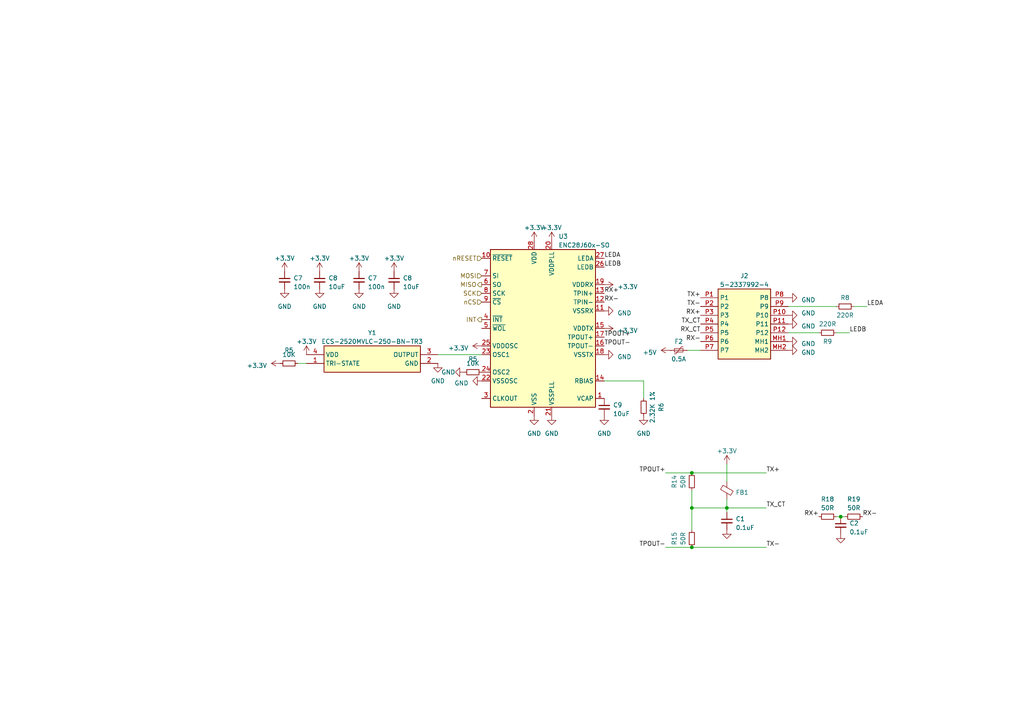
<source format=kicad_sch>
(kicad_sch (version 20230121) (generator eeschema)
  (paper "A4")
  (lib_symbols
    (symbol "Device:C_Small" (pin_numbers hide) (pin_names (offset 0.254) hide)
      (property "Reference" "C" (at 0.254 1.778 0))
      (property "Value" "C_Small" (at 0.254 -2.032 0))
      (symbol "C_Small_0_1"
        (polyline (pts (xy -1.524 -0.508) (xy 1.524 -0.508)) (stroke (width 0.3302)))
        (polyline (pts (xy -1.524 0.508) (xy 1.524 0.508)) (stroke (width 0.3048)))
      )
      (symbol "C_Small_1_1"
        (pin passive line (at 0 2.54 270) (length 2.032) (name "~") (number "1"))
        (pin passive line (at 0 -2.54 90) (length 2.032) (name "~") (number "2"))
      )
    )
    (symbol "Device:FerriteBead_Small" (pin_numbers hide) (pin_names (offset 0))
      (property "Reference" "FB" (at 1.905 1.27 0))
      (property "Value" "FerriteBead_Small" (at 1.905 -1.27 0))
      (symbol "FerriteBead_Small_0_1"
        (polyline (pts (xy 0 -1.27) (xy 0 -0.7874)))
        (polyline (pts (xy 0 0.889) (xy 0 1.2954)))
        (polyline (pts (xy -1.8288 0.2794) (xy -1.1176 1.4986) (xy 1.8288 -0.2032) (xy 1.1176 -1.4224) (xy -1.8288 0.2794)))
      )
      (symbol "FerriteBead_Small_1_1"
        (pin passive line (at 0 2.54 270) (length 1.27) (name "~") (number "1"))
        (pin passive line (at 0 -2.54 90) (length 1.27) (name "~") (number "2"))
      )
    )
    (symbol "Device:Polyfuse_Small" (pin_numbers hide) (pin_names (offset 0))
      (property "Reference" "F" (at -1.905 0 90))
      (property "Value" "Polyfuse_Small" (at 1.905 0 90))
      (symbol "Polyfuse_Small_0_1"
        (rectangle (start -0.508 1.27) (end 0.508 -1.27))
        (polyline (pts (xy 0 2.54) (xy 0 -2.54)))
        (polyline (pts (xy -1.016 1.27) (xy -1.016 0.762) (xy 1.016 -0.762) (xy 1.016 -1.27)))
      )
      (symbol "Polyfuse_Small_1_1"
        (pin passive line (at 0 2.54 270) (length 0.635) (name "~") (number "1"))
        (pin passive line (at 0 -2.54 90) (length 0.635) (name "~") (number "2"))
      )
    )
    (symbol "Device:R_Small" (pin_numbers hide) (pin_names (offset 0.254) hide)
      (property "Reference" "R" (at 0.762 0.508 0))
      (property "Value" "R_Small" (at 0.762 -1.016 0))
      (symbol "R_Small_0_1"
        (rectangle (start -0.762 1.778) (end 0.762 -1.778) (stroke (width 0.2032)))
      )
      (symbol "R_Small_1_1"
        (pin passive line (at 0 2.54 270) (length 0.762) (name "~") (number "1"))
        (pin passive line (at 0 -2.54 90) (length 0.762) (name "~") (number "2"))
      )
    )
    (symbol "Interface_Ethernet:ENC28J60x-SO"
      (property "Reference" "U" (at -13.97 24.13 0))
      (property "Value" "ENC28J60x-SO" (at 5.08 24.13 0))
      (symbol "ENC28J60x-SO_0_1"
        (rectangle (start -15.24 22.86) (end 15.24 -22.86) (stroke (width 0.254)) (fill (type background)))
      )
      (symbol "ENC28J60x-SO_1_1"
        (pin input line (at 17.78 -20.32 180) (length 2.54) (name "VCAP") (number "1"))
        (pin input line (at -17.78 20.32 0) (length 2.54) (name "~{RESET}") (number "10"))
        (pin power_in line (at 17.78 5.08 180) (length 2.54) (name "VSSRX") (number "11"))
        (pin input line (at 17.78 7.62 180) (length 2.54) (name "TPIN-") (number "12"))
        (pin input line (at 17.78 10.16 180) (length 2.54) (name "TPIN+") (number "13"))
        (pin input line (at 17.78 -15.24 180) (length 2.54) (name "RBIAS") (number "14"))
        (pin power_in line (at 17.78 0 180) (length 2.54) (name "VDDTX") (number "15"))
        (pin output line (at 17.78 -5.08 180) (length 2.54) (name "TPOUT-") (number "16"))
        (pin output line (at 17.78 -2.54 180) (length 2.54) (name "TPOUT+") (number "17"))
        (pin power_in line (at 17.78 -7.62 180) (length 2.54) (name "VSSTX") (number "18"))
        (pin power_in line (at 17.78 12.7 180) (length 2.54) (name "VDDRX") (number "19"))
        (pin power_in line (at -2.54 -25.4 90) (length 2.54) (name "VSS") (number "2"))
        (pin power_in line (at 2.54 25.4 270) (length 2.54) (name "VDDPLL") (number "20"))
        (pin power_in line (at 2.54 -25.4 90) (length 2.54) (name "VSSPLL") (number "21"))
        (pin power_in line (at -17.78 -15.24 0) (length 2.54) (name "VSSOSC") (number "22"))
        (pin input line (at -17.78 -7.62 0) (length 2.54) (name "OSC1") (number "23"))
        (pin input line (at -17.78 -12.7 0) (length 2.54) (name "OSC2") (number "24"))
        (pin power_in line (at -17.78 -5.08 0) (length 2.54) (name "VDDOSC") (number "25"))
        (pin output line (at 17.78 17.78 180) (length 2.54) (name "LEDB") (number "26"))
        (pin output line (at 17.78 20.32 180) (length 2.54) (name "LEDA") (number "27"))
        (pin power_in line (at -2.54 25.4 270) (length 2.54) (name "VDD") (number "28"))
        (pin output line (at -17.78 -20.32 0) (length 2.54) (name "CLKOUT") (number "3"))
        (pin output line (at -17.78 2.54 0) (length 2.54) (name "~{INT}") (number "4"))
        (pin output line (at -17.78 0 0) (length 2.54) (name "~{WOL}") (number "5"))
        (pin output line (at -17.78 12.7 0) (length 2.54) (name "SO") (number "6"))
        (pin input line (at -17.78 15.24 0) (length 2.54) (name "SI") (number "7"))
        (pin input line (at -17.78 10.16 0) (length 2.54) (name "SCK") (number "8"))
        (pin input line (at -17.78 7.62 0) (length 2.54) (name "~{CS}") (number "9"))
      )
    )
    (symbol "SamacSys_Parts:5-2337992-4"
      (property "Reference" "J" (at 21.59 7.62 0))
      (property "Value" "5-2337992-4" (at 21.59 5.08 0))
      (symbol "5-2337992-4_1_1"
        (rectangle (start 5.08 2.54) (end 20.32 -17.78) (stroke (width 0.254)) (fill (type background)))
        (pin passive line (at 25.4 -12.7 180) (length 5.08) (name "MH1") (number "MH1"))
        (pin passive line (at 25.4 -15.24 180) (length 5.08) (name "MH2") (number "MH2"))
        (pin passive line (at 0 0 0) (length 5.08) (name "P1") (number "P1"))
        (pin passive line (at 25.4 -5.08 180) (length 5.08) (name "P10") (number "P10"))
        (pin passive line (at 25.4 -7.62 180) (length 5.08) (name "P11") (number "P11"))
        (pin passive line (at 25.4 -10.16 180) (length 5.08) (name "P12") (number "P12"))
        (pin passive line (at 0 -2.54 0) (length 5.08) (name "P2") (number "P2"))
        (pin passive line (at 0 -5.08 0) (length 5.08) (name "P3") (number "P3"))
        (pin passive line (at 0 -7.62 0) (length 5.08) (name "P4") (number "P4"))
        (pin passive line (at 0 -10.16 0) (length 5.08) (name "P5") (number "P5"))
        (pin passive line (at 0 -12.7 0) (length 5.08) (name "P6") (number "P6"))
        (pin passive line (at 0 -15.24 0) (length 5.08) (name "P7") (number "P7"))
        (pin passive line (at 25.4 0 180) (length 5.08) (name "P8") (number "P8"))
        (pin passive line (at 25.4 -2.54 180) (length 5.08) (name "P9") (number "P9"))
      )
    )
    (symbol "SamacSys_Parts:ECS-2520MVLC-250-BN-TR3"
      (property "Reference" "Y" (at 34.29 7.62 0))
      (property "Value" "ECS-2520MVLC-250-BN-TR3" (at 34.29 5.08 0))
      (symbol "ECS-2520MVLC-250-BN-TR3_1_1"
        (rectangle (start 5.08 2.54) (end 33.02 -5.08) (stroke (width 0.254)) (fill (type background)))
        (pin passive line (at 0 -2.54 0) (length 5.08) (name "TRI-STATE") (number "1"))
        (pin passive line (at 38.1 -2.54 180) (length 5.08) (name "GND") (number "2"))
        (pin passive line (at 38.1 0 180) (length 5.08) (name "OUTPUT") (number "3"))
        (pin passive line (at 0 0 0) (length 5.08) (name "VDD") (number "4"))
      )
    )
    (symbol "power:+3.3V" (power) (pin_names (offset 0))
      (property "Value" "+3.3V" (at 0 3.556 0))
      (symbol "+3.3V_0_1"
        (polyline (pts (xy -0.762 1.27) (xy 0 2.54)))
        (polyline (pts (xy 0 0) (xy 0 2.54)))
        (polyline (pts (xy 0 2.54) (xy 0.762 1.27)))
      )
      (symbol "+3.3V_1_1"
        (pin power_in line (at 0 0 90) (length 0) hide (name "+3.3V") (number "1"))
      )
    )
    (symbol "power:+5V" (power) (pin_names (offset 0))
      (property "Value" "+5V" (at 0 3.556 0))
      (symbol "+5V_0_1"
        (polyline (pts (xy -0.762 1.27) (xy 0 2.54)))
        (polyline (pts (xy 0 0) (xy 0 2.54)))
        (polyline (pts (xy 0 2.54) (xy 0.762 1.27)))
      )
      (symbol "+5V_1_1"
        (pin power_in line (at 0 0 90) (length 0) hide (name "+5V") (number "1"))
      )
    )
    (symbol "power:GND" (power) (pin_names (offset 0))
      (property "Value" "GND" (at 0 -3.81 0))
      (symbol "GND_0_1"
        (polyline (pts (xy 0 0) (xy 0 -1.27) (xy 1.27 -1.27) (xy 0 -2.54) (xy -1.27 -1.27) (xy 0 -1.27)))
      )
      (symbol "GND_1_1"
        (pin power_in line (at 0 0 270) (length 0) hide (name "GND") (number "1"))
      )
    )
  )
  (junction (at 200.66 147.32))
  (junction (at 243.84 149.86))
  (junction (at 200.66 158.75))
  (junction (at 210.82 147.32))
  (junction (at 200.66 137.16))
  (wire (pts (xy 210.82 147.32) (xy 222.25 147.32)))
  (wire (pts (xy 199.39 101.6) (xy 203.2 101.6)))
  (wire (pts (xy 127 102.87) (xy 139.7 102.87)))
  (wire (pts (xy 200.66 158.75) (xy 222.25 158.75)))
  (wire (pts (xy 246.38 96.52) (xy 242.57 96.52)))
  (wire (pts (xy 86.36 105.41) (xy 88.9 105.41)))
  (wire (pts (xy 243.84 149.86) (xy 245.11 149.86)))
  (wire (pts (xy 200.66 147.32) (xy 210.82 147.32)))
  (wire (pts (xy 200.66 137.16) (xy 222.25 137.16)))
  (wire (pts (xy 193.04 137.16) (xy 200.66 137.16)))
  (wire (pts (xy 200.66 147.32) (xy 200.66 153.67)))
  (wire (pts (xy 251.46 88.9) (xy 247.65 88.9)))
  (wire (pts (xy 193.04 158.75) (xy 200.66 158.75)))
  (wire (pts (xy 210.82 148.59) (xy 210.82 147.32)))
  (wire (pts (xy 242.57 149.86) (xy 243.84 149.86)))
  (wire (pts (xy 237.49 96.52) (xy 228.6 96.52)))
  (wire (pts (xy 186.69 110.49) (xy 175.26 110.49)))
  (wire (pts (xy 242.57 88.9) (xy 228.6 88.9)))
  (wire (pts (xy 200.66 142.24) (xy 200.66 147.32)))
  (wire (pts (xy 186.69 115.57) (xy 186.69 110.49)))
  (wire (pts (xy 210.82 134.62) (xy 210.82 139.7)))
  (wire (pts (xy 210.82 144.78) (xy 210.82 147.32)))
  (label "RX+" (at 203.2 91.44 180))
  (label "TPOUT+" (at 193.04 137.16 180))
  (label "RX+" (at 237.49 149.86 180))
  (label "RX-" (at 203.2 99.06 180))
  (label "RX_CT" (at 203.2 96.52 180))
  (label "RX-" (at 250.19 149.86 0))
  (label "TX+" (at 203.2 86.36 180))
  (label "RX+" (at 175.26 85.09 0))
  (label "TX_CT" (at 222.25 147.32 0))
  (label "TPOUT-" (at 175.26 100.33 0))
  (label "LEDA" (at 251.46 88.9 0))
  (label "LEDA" (at 175.26 74.93 0))
  (label "LEDB" (at 175.26 77.47 0))
  (label "TX_CT" (at 203.2 93.98 180))
  (label "TX-" (at 203.2 88.9 180))
  (label "TX+" (at 222.25 137.16 0))
  (label "RX-" (at 175.26 87.63 0))
  (label "LEDB" (at 246.38 96.52 0))
  (label "TPOUT-" (at 193.04 158.75 180))
  (label "TX-" (at 222.25 158.75 0))
  (label "TPOUT+" (at 175.26 97.79 0))
  (hierarchical_label "MOSI" (shape input) (at 139.7 80.01 180))
  (hierarchical_label "nCS" (shape input) (at 139.7 87.63 180))
  (hierarchical_label "SCK" (shape input) (at 139.7 85.09 180))
  (hierarchical_label "INT" (shape output) (at 139.7 92.71 180))
  (hierarchical_label "MISO" (shape output) (at 139.7 82.55 180))
  (hierarchical_label "nRESET" (shape input) (at 139.7 74.93 180))
  (symbol (lib_id "power:+3.3V") (at 104.14 78.74 0) (unit 1)
    (property "Reference" "#PWR039" (effects hide))
    (property "Value" "+3.3V" (at 104.14 74.93 0))
    (instances (project "fNET_GPIO_board" (path "" (reference "#PWR039") (unit 1)) (path "" (reference "#PWR039") (unit 1))) (project "armatron_power_board" (path "" (reference "#PWR0126") (unit 1))))
  )
  (symbol (lib_id "SamacSys_Parts:5-2337992-4") (at 203.2 86.36 0) (unit 1)
    (property "Reference" "J2" (at 215.9 80.01 0))
    (property "Value" "5-2337992-4" (at 215.9 82.55 0))
    (property "Footprint" "SamacSys_Parts:523379924" (effects hide))
    (property "Datasheet" "https://componentsearchengine.com/Datasheets/1/5-2337992-4.pdf" (effects hide))
    (property "Height" "13.7" (effects hide))
    (property "Mouser Part Number" "571-5-2337992-4" (effects hide))
    (property "Mouser Price/Stock" "https://www.mouser.co.uk/ProductDetail/TE-Connectivity/5-2337992-4?qs=l4Gc20tDgJLHtal8kumJHQ%3D%3D" (effects hide))
    (property "Manufacturer_Name" "TE Connectivity" (effects hide))
    (property "Manufacturer_Part_Number" "5-2337992-4" (effects hide))
  )
  (symbol (lib_id "Device:C_Small") (at 243.84 152.4 0) (unit 1)
    (property "Reference" "C2" (at 246.38 151.7713 0) (effects (justify left)))
    (property "Value" "0.1uF" (at 246.38 154.3113 0) (effects (justify left)))
    (property "Footprint" "Capacitor_SMD:C_0805_2012Metric_Pad1.18x1.45mm_HandSolder" (effects hide))
    (instances (project "fNET_GPIO_board" (path "" (reference "C2") (unit 1))) (project "armatron_power_board" (path "" (reference "C14") (unit 1))))
  )
  (symbol (lib_id "Device:R_Small") (at 240.03 96.52 90) (unit 1)
    (property "Reference" "R9" (at 240.03 99.06 90))
    (property "Value" "220R" (at 240.03 93.98 90))
    (property "Footprint" "Resistor_SMD:R_0805_2012Metric_Pad1.20x1.40mm_HandSolder" (effects hide))
    (instances (project "fNET_GPIO_board" (path "" (reference "R9") (unit 1)) (path "" (reference "R2") (unit 1))) (project "armatron_power_board" (path "" (reference "R33") (unit 1))))
  )
  (symbol (lib_id "power:GND") (at 160.02 120.65 0) (unit 1)
    (property "Reference" "#PWR050" (effects hide))
    (property "Value" "GND" (at 160.02 125.73 0))
    (instances (project "fNET_GPIO_board" (path "" (reference "#PWR050") (unit 1)) (path "" (reference "#PWR050") (unit 1))) (project "armatron_power_board" (path "" (reference "#PWR0104") (unit 1))))
  )
  (symbol (lib_id "Device:Polyfuse_Small") (at 196.85 101.6 90) (unit 1)
    (property "Reference" "F2" (at 196.85 99.06 90))
    (property "Value" "0.5A" (at 196.85 104.14 90))
    (property "Footprint" "Fuse:Fuse_2512_6332Metric_Pad1.52x3.35mm_HandSolder" (effects hide))
    (instances (project "fNET_GPIO_board" (path "" (reference "F2") (unit 1)) (path "" (reference "F1") (unit 1))) (project "armatron_power_board" (path "" (reference "F8") (unit 1))))
  )
  (symbol (lib_id "power:GND") (at 228.6 93.98 90) (unit 1)
    (property "Reference" "#PWR06" (effects hide))
    (property "Value" "GND" (at 232.41 94.615 90) (effects (justify right)))
  )
  (symbol (lib_id "power:+3.3V") (at 139.7 100.33 90) (unit 1)
    (property "Reference" "#PWR045" (effects hide))
    (property "Value" "+3.3V" (at 135.89 100.965 90) (effects (justify left)))
    (instances (project "fNET_GPIO_board" (path "" (reference "#PWR045") (unit 1)) (path "" (reference "#PWR045") (unit 1))) (project "armatron_power_board" (path "" (reference "#PWR082") (unit 1))))
  )
  (symbol (lib_id "Device:R_Small") (at 186.69 118.11 0) (unit 1)
    (property "Reference" "R6" (at 191.77 118.11 90))
    (property "Value" "2.32K 1%" (at 189.23 118.11 90))
    (property "Footprint" "Resistor_SMD:R_0805_2012Metric_Pad1.20x1.40mm_HandSolder" (effects hide))
    (instances (project "fNET_GPIO_board" (path "" (reference "R6") (unit 1)) (path "" (reference "R6") (unit 1))) (project "armatron_power_board" (path "" (reference "R24") (unit 1))))
  )
  (symbol (lib_id "power:GND") (at 210.82 153.67 0) (unit 1)
    (property "Reference" "#PWR083" (effects hide))
    (property "Value" "GND" (effects hide))
    (instances (project "fNET_GPIO_board" (path "" (reference "#PWR083") (unit 1))) (project "armatron_power_board" (path "" (reference "#PWR0107") (unit 1))))
  )
  (symbol (lib_id "SamacSys_Parts:ECS-2520MVLC-250-BN-TR3") (at 88.9 102.87 0) (unit 1)
    (property "Reference" "Y1" (at 107.95 96.52 0))
    (property "Value" "ECS-2520MVLC-250-BN-TR3" (at 107.95 99.06 0))
    (property "Footprint" "SamacSys_Parts:ECS2520MVLC250BNTR3" (effects hide))
    (property "Datasheet" "https://ecsxtal.com/store/pdf/ECS-2520MVLC.pdf" (effects hide))
    (property "Height" "0.9" (effects hide))
    (property "Mouser Part Number" "520-2520MVLC250BNTR3" (effects hide))
    (property "Mouser Price/Stock" "https://www.mouser.co.uk/ProductDetail/ECS/ECS-2520MVLC-250-BN-TR3?qs=vvQtp7zwQdMXGJK%252BWBIi5A%3D%3D" (effects hide))
    (property "Manufacturer_Name" "ECS" (effects hide))
    (property "Manufacturer_Part_Number" "ECS-2520MVLC-250-BN-TR3" (effects hide))
    (instances (project "fNET_GPIO_board" (path "" (reference "Y1") (unit 1)) (path "" (reference "Y1") (unit 1))) (project "armatron_power_board" (path "" (reference "Y2") (unit 1))))
  )
  (symbol (lib_id "Device:R_Small") (at 247.65 149.86 90) (unit 1)
    (property "Reference" "R19" (at 247.65 144.78 90))
    (property "Value" "50R" (at 247.65 147.32 90))
    (property "Footprint" "Resistor_SMD:R_0805_2012Metric_Pad1.20x1.40mm_HandSolder" (effects hide))
    (instances (project "fNET_GPIO_board" (path "" (reference "R19") (unit 1))) (project "armatron_power_board" (path "" (reference "R68") (unit 1))))
  )
  (symbol (lib_id "power:+3.3V") (at 154.94 69.85 0) (unit 1)
    (property "Reference" "#PWR047" (effects hide))
    (property "Value" "+3.3V" (at 154.94 66.04 0))
    (instances (project "fNET_GPIO_board" (path "" (reference "#PWR047") (unit 1)) (path "" (reference "#PWR047") (unit 1))) (project "armatron_power_board" (path "" (reference "#PWR097") (unit 1))))
  )
  (symbol (lib_id "power:GND") (at 127 105.41 0) (unit 1)
    (property "Reference" "#PWR043" (effects hide))
    (property "Value" "GND" (at 127 110.49 0))
    (instances (project "fNET_GPIO_board" (path "" (reference "#PWR043") (unit 1)) (path "" (reference "#PWR043") (unit 1))) (project "armatron_power_board" (path "" (reference "#PWR0115") (unit 1))))
  )
  (symbol (lib_id "Device:R_Small") (at 137.16 107.95 90) (unit 1)
    (property "Reference" "R5" (at 137.16 104.14 90))
    (property "Value" "10K" (at 137.16 105.41 90))
    (property "Footprint" "Resistor_SMD:R_0805_2012Metric_Pad1.20x1.40mm_HandSolder" (effects hide))
    (instances (project "fNET_GPIO_board" (path "" (reference "R5") (unit 1)) (path "" (reference "R5") (unit 1))) (project "armatron_power_board" (path "" (reference "R69") (unit 1))))
  )
  (symbol (lib_id "power:+3.3V") (at 175.26 95.25 270) (unit 1)
    (property "Reference" "#PWR053" (effects hide))
    (property "Value" "+3.3V" (at 179.07 95.885 90) (effects (justify left)))
    (instances (project "fNET_GPIO_board" (path "" (reference "#PWR053") (unit 1)) (path "" (reference "#PWR053") (unit 1))) (project "armatron_power_board" (path "" (reference "#PWR074") (unit 1))))
  )
  (symbol (lib_id "Device:C_Small") (at 82.55 81.28 0) (unit 1)
    (property "Reference" "C7" (at 85.09 80.6513 0) (effects (justify left)))
    (property "Value" "100n" (at 85.09 83.1913 0) (effects (justify left)))
    (property "Footprint" "Capacitor_SMD:C_0805_2012Metric_Pad1.18x1.45mm_HandSolder" (effects hide))
    (instances (project "fNET_GPIO_board" (path "" (reference "C7") (unit 1)) (path "" (reference "C3") (unit 1))) (project "armatron_power_board" (path "" (reference "C18") (unit 1))))
  )
  (symbol (lib_id "power:+3.3V") (at 114.3 78.74 0) (unit 1)
    (property "Reference" "#PWR041" (effects hide))
    (property "Value" "+3.3V" (at 114.3 74.93 0))
    (instances (project "fNET_GPIO_board" (path "" (reference "#PWR041") (unit 1)) (path "" (reference "#PWR041") (unit 1))) (project "armatron_power_board" (path "" (reference "#PWR0124") (unit 1))))
  )
  (symbol (lib_id "Device:R_Small") (at 245.11 88.9 90) (mirror x) (unit 1)
    (property "Reference" "R8" (at 245.11 86.36 90))
    (property "Value" "220R" (at 245.11 91.44 90))
    (property "Footprint" "Resistor_SMD:R_0805_2012Metric_Pad1.20x1.40mm_HandSolder" (effects hide))
    (instances (project "fNET_GPIO_board" (path "" (reference "R8") (unit 1)) (path "" (reference "R1") (unit 1))) (project "armatron_power_board" (path "" (reference "R25") (unit 1))))
  )
  (symbol (lib_id "power:+3.3V") (at 81.28 105.41 90) (unit 1)
    (property "Reference" "#PWR039" (effects hide))
    (property "Value" "+3.3V" (at 77.47 106.045 90) (effects (justify left)))
    (instances (project "fNET_GPIO_board" (path "" (reference "#PWR039") (unit 1)) (path "" (reference "#PWR0131") (unit 1))) (project "armatron_power_board" (path "" (reference "#PWR0126") (unit 1))))
  )
  (symbol (lib_id "Device:R_Small") (at 240.03 149.86 90) (unit 1)
    (property "Reference" "R18" (at 240.03 144.78 90))
    (property "Value" "50R" (at 240.03 147.32 90))
    (property "Footprint" "Resistor_SMD:R_0805_2012Metric_Pad1.20x1.40mm_HandSolder" (effects hide))
    (instances (project "fNET_GPIO_board" (path "" (reference "R18") (unit 1))) (project "armatron_power_board" (path "" (reference "R67") (unit 1))))
  )
  (symbol (lib_id "Device:C_Small") (at 104.14 81.28 0) (unit 1)
    (property "Reference" "C7" (at 106.68 80.6513 0) (effects (justify left)))
    (property "Value" "100n" (at 106.68 83.1913 0) (effects (justify left)))
    (property "Footprint" "Capacitor_SMD:C_0805_2012Metric_Pad1.18x1.45mm_HandSolder" (effects hide))
    (instances (project "fNET_GPIO_board" (path "" (reference "C7") (unit 1)) (path "" (reference "C7") (unit 1))) (project "armatron_power_board" (path "" (reference "C18") (unit 1))))
  )
  (symbol (lib_id "power:+3.3V") (at 92.71 78.74 0) (unit 1)
    (property "Reference" "#PWR041" (effects hide))
    (property "Value" "+3.3V" (at 92.71 74.93 0))
    (instances (project "fNET_GPIO_board" (path "" (reference "#PWR041") (unit 1)) (path "" (reference "#PWR011") (unit 1))) (project "armatron_power_board" (path "" (reference "#PWR0124") (unit 1))))
  )
  (symbol (lib_id "Device:C_Small") (at 175.26 118.11 0) (unit 1)
    (property "Reference" "C9" (at 177.8 117.4813 0) (effects (justify left)))
    (property "Value" "10uF" (at 177.8 120.0213 0) (effects (justify left)))
    (property "Footprint" "Capacitor_SMD:C_0805_2012Metric_Pad1.18x1.45mm_HandSolder" (effects hide))
    (instances (project "fNET_GPIO_board" (path "" (reference "C9") (unit 1)) (path "" (reference "C9") (unit 1))) (project "armatron_power_board" (path "" (reference "C12") (unit 1))))
  )
  (symbol (lib_id "Device:R_Small") (at 200.66 139.7 180) (unit 1)
    (property "Reference" "R14" (at 195.58 139.7 90))
    (property "Value" "50R" (at 198.12 139.7 90))
    (property "Footprint" "Resistor_SMD:R_0805_2012Metric_Pad1.20x1.40mm_HandSolder" (effects hide))
    (instances (project "fNET_GPIO_board" (path "" (reference "R14") (unit 1))) (project "armatron_power_board" (path "" (reference "R36") (unit 1))))
  )
  (symbol (lib_id "power:GND") (at 228.6 91.44 90) (mirror x) (unit 1)
    (property "Reference" "#PWR05" (effects hide))
    (property "Value" "GND" (at 232.41 90.805 90) (effects (justify right)))
  )
  (symbol (lib_id "power:GND") (at 186.69 120.65 0) (unit 1)
    (property "Reference" "#PWR056" (effects hide))
    (property "Value" "GND" (at 186.69 125.73 0))
    (instances (project "fNET_GPIO_board" (path "" (reference "#PWR056") (unit 1)) (path "" (reference "#PWR056") (unit 1))) (project "armatron_power_board" (path "" (reference "#PWR099") (unit 1))))
  )
  (symbol (lib_id "power:GND") (at 175.26 90.17 90) (unit 1)
    (property "Reference" "#PWR052" (effects hide))
    (property "Value" "GND" (at 179.07 90.805 90) (effects (justify right)))
    (instances (project "fNET_GPIO_board" (path "" (reference "#PWR052") (unit 1)) (path "" (reference "#PWR052") (unit 1))) (project "armatron_power_board" (path "" (reference "#PWR0110") (unit 1))))
  )
  (symbol (lib_id "Device:FerriteBead_Small") (at 210.82 142.24 0) (unit 1)
    (property "Reference" "FB1" (at 213.36 142.8369 0) (effects (justify left)))
    (property "Value" "FerriteBead_Small" (effects hide))
    (property "Footprint" "Inductor_SMD:L_0805_2012Metric_Pad1.05x1.20mm_HandSolder" (effects hide))
  )
  (symbol (lib_id "power:GND") (at 104.14 83.82 0) (unit 1)
    (property "Reference" "#PWR040" (effects hide))
    (property "Value" "GND" (at 104.14 88.9 0))
    (instances (project "fNET_GPIO_board" (path "" (reference "#PWR040") (unit 1)) (path "" (reference "#PWR040") (unit 1))) (project "armatron_power_board" (path "" (reference "#PWR0127") (unit 1))))
  )
  (symbol (lib_id "Device:R_Small") (at 200.66 156.21 180) (unit 1)
    (property "Reference" "R15" (at 195.58 156.21 90))
    (property "Value" "50R" (at 198.12 156.21 90))
    (property "Footprint" "Resistor_SMD:R_0805_2012Metric_Pad1.20x1.40mm_HandSolder" (effects hide))
    (instances (project "fNET_GPIO_board" (path "" (reference "R15") (unit 1))) (project "armatron_power_board" (path "" (reference "R61") (unit 1))))
  )
  (symbol (lib_id "power:+3.3V") (at 160.02 69.85 0) (unit 1)
    (property "Reference" "#PWR049" (effects hide))
    (property "Value" "+3.3V" (at 160.02 66.04 0))
    (instances (project "fNET_GPIO_board" (path "" (reference "#PWR049") (unit 1)) (path "" (reference "#PWR049") (unit 1))) (project "armatron_power_board" (path "" (reference "#PWR098") (unit 1))))
  )
  (symbol (lib_id "power:GND") (at 134.62 107.95 270) (unit 1)
    (property "Reference" "#PWR044" (effects hide))
    (property "Value" "GND" (at 132.08 107.95 90) (effects (justify right)))
    (instances (project "fNET_GPIO_board" (path "" (reference "#PWR044") (unit 1)) (path "" (reference "#PWR044") (unit 1))) (project "armatron_power_board" (path "" (reference "#PWR0117") (unit 1))))
  )
  (symbol (lib_id "Device:C_Small") (at 114.3 81.28 0) (unit 1)
    (property "Reference" "C8" (at 116.84 80.6513 0) (effects (justify left)))
    (property "Value" "10uF" (at 116.84 83.1913 0) (effects (justify left)))
    (property "Footprint" "Capacitor_SMD:C_0805_2012Metric_Pad1.18x1.45mm_HandSolder" (effects hide))
    (instances (project "fNET_GPIO_board" (path "" (reference "C8") (unit 1)) (path "" (reference "C8") (unit 1))) (project "armatron_power_board" (path "" (reference "C17") (unit 1))))
  )
  (symbol (lib_id "power:GND") (at 139.7 110.49 270) (unit 1)
    (property "Reference" "#PWR046" (effects hide))
    (property "Value" "GND" (at 135.89 111.125 90) (effects (justify right)))
    (instances (project "fNET_GPIO_board" (path "" (reference "#PWR046") (unit 1)) (path "" (reference "#PWR046") (unit 1))) (project "armatron_power_board" (path "" (reference "#PWR0105") (unit 1))))
  )
  (symbol (lib_id "power:GND") (at 92.71 83.82 0) (unit 1)
    (property "Reference" "#PWR042" (effects hide))
    (property "Value" "GND" (at 92.71 88.9 0))
    (instances (project "fNET_GPIO_board" (path "" (reference "#PWR042") (unit 1)) (path "" (reference "#PWR012") (unit 1))) (project "armatron_power_board" (path "" (reference "#PWR0125") (unit 1))))
  )
  (symbol (lib_id "power:GND") (at 228.6 99.06 90) (unit 1)
    (property "Reference" "#PWR07" (effects hide))
    (property "Value" "GND" (at 232.41 99.695 90) (effects (justify right)))
  )
  (symbol (lib_id "power:GND") (at 154.94 120.65 0) (unit 1)
    (property "Reference" "#PWR048" (effects hide))
    (property "Value" "GND" (at 154.94 125.73 0))
    (instances (project "fNET_GPIO_board" (path "" (reference "#PWR048") (unit 1)) (path "" (reference "#PWR048") (unit 1))) (project "armatron_power_board" (path "" (reference "#PWR0103") (unit 1))))
  )
  (symbol (lib_id "power:GND") (at 228.6 101.6 90) (unit 1)
    (property "Reference" "#PWR08" (effects hide))
    (property "Value" "GND" (at 232.41 102.235 90) (effects (justify right)))
  )
  (symbol (lib_id "power:GND") (at 228.6 86.36 90) (unit 1)
    (property "Reference" "#PWR04" (effects hide))
    (property "Value" "GND" (at 232.41 86.995 90) (effects (justify right)))
  )
  (symbol (lib_id "power:GND") (at 114.3 83.82 0) (unit 1)
    (property "Reference" "#PWR042" (effects hide))
    (property "Value" "GND" (at 114.3 88.9 0))
    (instances (project "fNET_GPIO_board" (path "" (reference "#PWR042") (unit 1)) (path "" (reference "#PWR042") (unit 1))) (project "armatron_power_board" (path "" (reference "#PWR0125") (unit 1))))
  )
  (symbol (lib_id "power:+3.3V") (at 82.55 78.74 0) (unit 1)
    (property "Reference" "#PWR039" (effects hide))
    (property "Value" "+3.3V" (at 82.55 74.93 0))
    (instances (project "fNET_GPIO_board" (path "" (reference "#PWR039") (unit 1)) (path "" (reference "#PWR09") (unit 1))) (project "armatron_power_board" (path "" (reference "#PWR0126") (unit 1))))
  )
  (symbol (lib_id "power:+5V") (at 194.31 101.6 90) (unit 1)
    (property "Reference" "#PWR036" (effects hide))
    (property "Value" "+5V" (at 190.5 102.235 90) (effects (justify left)))
    (instances (project "fNET_GPIO_board" (path "" (reference "#PWR036") (unit 1)) (path "" (reference "#PWR03") (unit 1))) (project "armatron_power_board" (path "" (reference "#PWR0129") (unit 1))))
  )
  (symbol (lib_id "power:+3.3V") (at 175.26 82.55 270) (unit 1)
    (property "Reference" "#PWR051" (effects hide))
    (property "Value" "+3.3V" (at 179.07 83.185 90) (effects (justify left)))
    (instances (project "fNET_GPIO_board" (path "" (reference "#PWR051") (unit 1)) (path "" (reference "#PWR051") (unit 1))) (project "armatron_power_board" (path "" (reference "#PWR073") (unit 1))))
  )
  (symbol (lib_id "Interface_Ethernet:ENC28J60x-SO") (at 157.48 95.25 0) (unit 1)
    (property "Reference" "U3" (at 161.9759 68.58 0) (effects (justify left)))
    (property "Value" "ENC28J60x-SO" (at 161.9759 71.12 0) (effects (justify left)))
    (property "Footprint" "Package_SO:SOIC-28W_7.5x17.9mm_P1.27mm" (effects hide))
    (property "Datasheet" "http://ww1.microchip.com/downloads/en/devicedoc/39662e.pdf" (effects hide))
    (instances (project "fNET_GPIO_board" (path "" (reference "U3") (unit 1)) (path "" (reference "U3") (unit 1))) (project "armatron_power_board" (path "" (reference "U9") (unit 1))))
  )
  (symbol (lib_id "Device:C_Small") (at 210.82 151.13 0) (unit 1)
    (property "Reference" "C1" (at 213.36 150.5013 0) (effects (justify left)))
    (property "Value" "0.1uF" (at 213.36 153.0413 0) (effects (justify left)))
    (property "Footprint" "Capacitor_SMD:C_0805_2012Metric_Pad1.18x1.45mm_HandSolder" (effects hide))
    (instances (project "fNET_GPIO_board" (path "" (reference "C1") (unit 1))) (project "armatron_power_board" (path "" (reference "C14") (unit 1))))
  )
  (symbol (lib_id "power:GND") (at 243.84 154.94 0) (unit 1)
    (property "Reference" "#PWR084" (effects hide))
    (property "Value" "GND" (effects hide))
    (instances (project "fNET_GPIO_board" (path "" (reference "#PWR084") (unit 1))) (project "armatron_power_board" (path "" (reference "#PWR0108") (unit 1))))
  )
  (symbol (lib_id "power:GND") (at 175.26 120.65 0) (unit 1)
    (property "Reference" "#PWR055" (effects hide))
    (property "Value" "GND" (at 175.26 125.73 0))
    (instances (project "fNET_GPIO_board" (path "" (reference "#PWR055") (unit 1)) (path "" (reference "#PWR055") (unit 1))) (project "armatron_power_board" (path "" (reference "#PWR0102") (unit 1))))
  )
  (symbol (lib_id "power:+3.3V") (at 210.82 134.62 0) (unit 1)
    (property "Reference" "#PWR051" (effects hide))
    (property "Value" "+3.3V" (at 210.82 130.81 0))
    (instances (project "fNET_GPIO_board" (path "" (reference "#PWR051") (unit 1)) (path "" (reference "#PWR02") (unit 1))) (project "armatron_power_board" (path "" (reference "#PWR073") (unit 1))))
  )
  (symbol (lib_id "Device:C_Small") (at 92.71 81.28 0) (unit 1)
    (property "Reference" "C8" (at 95.25 80.6513 0) (effects (justify left)))
    (property "Value" "10uF" (at 95.25 83.1913 0) (effects (justify left)))
    (property "Footprint" "Capacitor_SMD:C_0805_2012Metric_Pad1.18x1.45mm_HandSolder" (effects hide))
    (instances (project "fNET_GPIO_board" (path "" (reference "C8") (unit 1)) (path "" (reference "C4") (unit 1))) (project "armatron_power_board" (path "" (reference "C17") (unit 1))))
  )
  (symbol (lib_id "Device:R_Small") (at 83.82 105.41 90) (unit 1)
    (property "Reference" "R5" (at 83.82 101.6 90))
    (property "Value" "10K" (at 83.82 102.87 90))
    (property "Footprint" "Resistor_SMD:R_0805_2012Metric_Pad1.20x1.40mm_HandSolder" (effects hide))
    (instances (project "fNET_GPIO_board" (path "" (reference "R5") (unit 1)) (path "" (reference "R37") (unit 1))) (project "armatron_power_board" (path "" (reference "R69") (unit 1))))
  )
  (symbol (lib_id "power:GND") (at 175.26 102.87 90) (unit 1)
    (property "Reference" "#PWR054" (effects hide))
    (property "Value" "GND" (at 179.07 103.505 90) (effects (justify right)))
    (instances (project "fNET_GPIO_board" (path "" (reference "#PWR054") (unit 1)) (path "" (reference "#PWR054") (unit 1))) (project "armatron_power_board" (path "" (reference "#PWR0109") (unit 1))))
  )
  (symbol (lib_id "power:GND") (at 82.55 83.82 0) (unit 1)
    (property "Reference" "#PWR040" (effects hide))
    (property "Value" "GND" (at 82.55 88.9 0))
    (instances (project "fNET_GPIO_board" (path "" (reference "#PWR040") (unit 1)) (path "" (reference "#PWR010") (unit 1))) (project "armatron_power_board" (path "" (reference "#PWR0127") (unit 1))))
  )
  (symbol (lib_id "power:+3.3V") (at 88.9 102.87 0) (unit 1)
    (property "Reference" "#PWR038" (effects hide))
    (property "Value" "+3.3V" (at 88.9 99.06 0))
    (instances (project "fNET_GPIO_board" (path "" (reference "#PWR038") (unit 1)) (path "" (reference "#PWR038") (unit 1))) (project "armatron_power_board" (path "" (reference "#PWR0116") (unit 1))))
  )
)
</source>
